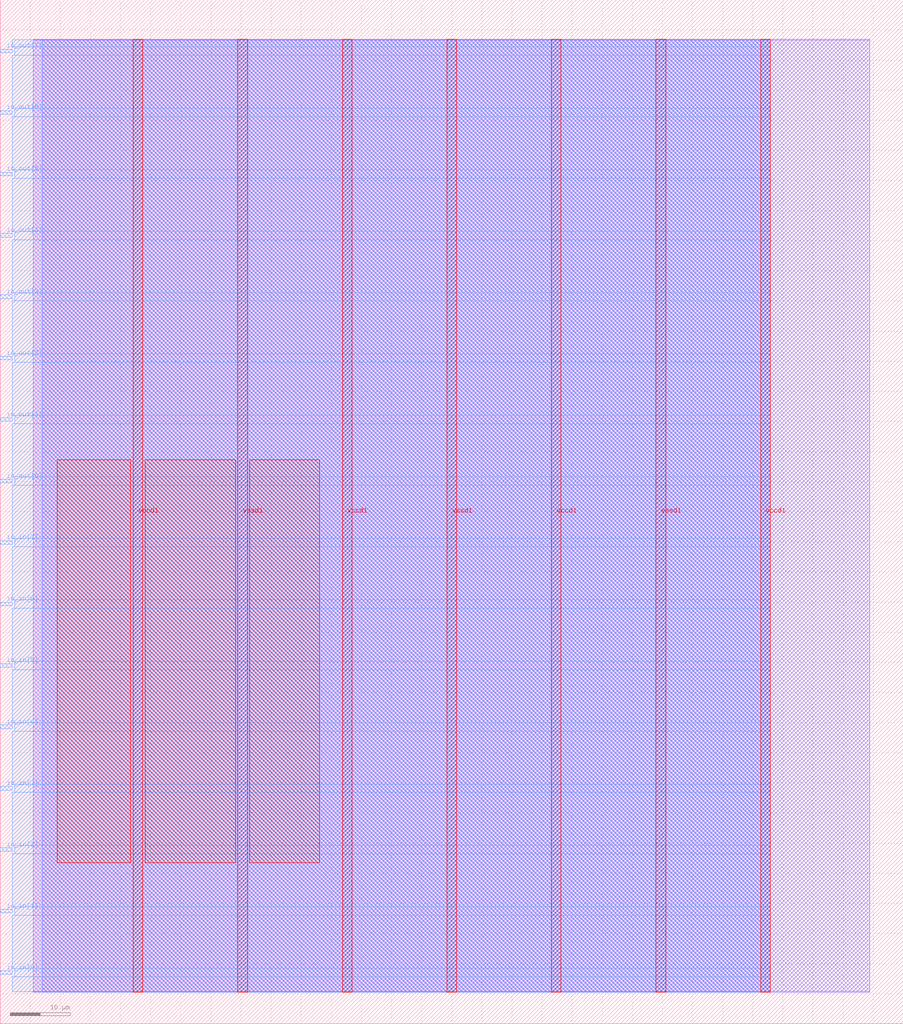
<source format=lef>
VERSION 5.7 ;
  NOWIREEXTENSIONATPIN ON ;
  DIVIDERCHAR "/" ;
  BUSBITCHARS "[]" ;
MACRO femto_top
  CLASS BLOCK ;
  FOREIGN femto_top ;
  ORIGIN 0.000 0.000 ;
  SIZE 150.000 BY 170.000 ;
  PIN io_in[0]
    DIRECTION INPUT ;
    USE SIGNAL ;
    PORT
      LAYER met3 ;
        RECT 0.000 8.200 2.000 8.800 ;
    END
  END io_in[0]
  PIN io_in[1]
    DIRECTION INPUT ;
    USE SIGNAL ;
    PORT
      LAYER met3 ;
        RECT 0.000 18.400 2.000 19.000 ;
    END
  END io_in[1]
  PIN io_in[2]
    DIRECTION INPUT ;
    USE SIGNAL ;
    PORT
      LAYER met3 ;
        RECT 0.000 28.600 2.000 29.200 ;
    END
  END io_in[2]
  PIN io_in[3]
    DIRECTION INPUT ;
    USE SIGNAL ;
    PORT
      LAYER met3 ;
        RECT 0.000 38.800 2.000 39.400 ;
    END
  END io_in[3]
  PIN io_in[4]
    DIRECTION INPUT ;
    USE SIGNAL ;
    PORT
      LAYER met3 ;
        RECT 0.000 49.000 2.000 49.600 ;
    END
  END io_in[4]
  PIN io_in[5]
    DIRECTION INPUT ;
    USE SIGNAL ;
    PORT
      LAYER met3 ;
        RECT 0.000 59.200 2.000 59.800 ;
    END
  END io_in[5]
  PIN io_in[6]
    DIRECTION INPUT ;
    USE SIGNAL ;
    PORT
      LAYER met3 ;
        RECT 0.000 69.400 2.000 70.000 ;
    END
  END io_in[6]
  PIN io_in[7]
    DIRECTION INPUT ;
    USE SIGNAL ;
    PORT
      LAYER met3 ;
        RECT 0.000 79.600 2.000 80.200 ;
    END
  END io_in[7]
  PIN io_out[0]
    DIRECTION OUTPUT TRISTATE ;
    USE SIGNAL ;
    PORT
      LAYER met3 ;
        RECT 0.000 89.800 2.000 90.400 ;
    END
  END io_out[0]
  PIN io_out[1]
    DIRECTION OUTPUT TRISTATE ;
    USE SIGNAL ;
    PORT
      LAYER met3 ;
        RECT 0.000 100.000 2.000 100.600 ;
    END
  END io_out[1]
  PIN io_out[2]
    DIRECTION OUTPUT TRISTATE ;
    USE SIGNAL ;
    PORT
      LAYER met3 ;
        RECT 0.000 110.200 2.000 110.800 ;
    END
  END io_out[2]
  PIN io_out[3]
    DIRECTION OUTPUT TRISTATE ;
    USE SIGNAL ;
    PORT
      LAYER met3 ;
        RECT 0.000 120.400 2.000 121.000 ;
    END
  END io_out[3]
  PIN io_out[4]
    DIRECTION OUTPUT TRISTATE ;
    USE SIGNAL ;
    PORT
      LAYER met3 ;
        RECT 0.000 130.600 2.000 131.200 ;
    END
  END io_out[4]
  PIN io_out[5]
    DIRECTION OUTPUT TRISTATE ;
    USE SIGNAL ;
    PORT
      LAYER met3 ;
        RECT 0.000 140.800 2.000 141.400 ;
    END
  END io_out[5]
  PIN io_out[6]
    DIRECTION OUTPUT TRISTATE ;
    USE SIGNAL ;
    PORT
      LAYER met3 ;
        RECT 0.000 151.000 2.000 151.600 ;
    END
  END io_out[6]
  PIN io_out[7]
    DIRECTION OUTPUT TRISTATE ;
    USE SIGNAL ;
    PORT
      LAYER met3 ;
        RECT 0.000 161.200 2.000 161.800 ;
    END
  END io_out[7]
  PIN vccd1
    DIRECTION INOUT ;
    USE POWER ;
    PORT
      LAYER met4 ;
        RECT 22.090 5.200 23.690 163.440 ;
    END
    PORT
      LAYER met4 ;
        RECT 56.830 5.200 58.430 163.440 ;
    END
    PORT
      LAYER met4 ;
        RECT 91.570 5.200 93.170 163.440 ;
    END
    PORT
      LAYER met4 ;
        RECT 126.310 5.200 127.910 163.440 ;
    END
  END vccd1
  PIN vssd1
    DIRECTION INOUT ;
    USE GROUND ;
    PORT
      LAYER met4 ;
        RECT 39.460 5.200 41.060 163.440 ;
    END
    PORT
      LAYER met4 ;
        RECT 74.200 5.200 75.800 163.440 ;
    END
    PORT
      LAYER met4 ;
        RECT 108.940 5.200 110.540 163.440 ;
    END
  END vssd1
  OBS
      LAYER li1 ;
        RECT 5.520 5.355 144.440 163.285 ;
      LAYER met1 ;
        RECT 5.520 5.200 144.440 163.440 ;
      LAYER met2 ;
        RECT 6.990 5.255 127.880 163.385 ;
      LAYER met3 ;
        RECT 2.000 162.200 127.900 163.365 ;
        RECT 2.400 160.800 127.900 162.200 ;
        RECT 2.000 152.000 127.900 160.800 ;
        RECT 2.400 150.600 127.900 152.000 ;
        RECT 2.000 141.800 127.900 150.600 ;
        RECT 2.400 140.400 127.900 141.800 ;
        RECT 2.000 131.600 127.900 140.400 ;
        RECT 2.400 130.200 127.900 131.600 ;
        RECT 2.000 121.400 127.900 130.200 ;
        RECT 2.400 120.000 127.900 121.400 ;
        RECT 2.000 111.200 127.900 120.000 ;
        RECT 2.400 109.800 127.900 111.200 ;
        RECT 2.000 101.000 127.900 109.800 ;
        RECT 2.400 99.600 127.900 101.000 ;
        RECT 2.000 90.800 127.900 99.600 ;
        RECT 2.400 89.400 127.900 90.800 ;
        RECT 2.000 80.600 127.900 89.400 ;
        RECT 2.400 79.200 127.900 80.600 ;
        RECT 2.000 70.400 127.900 79.200 ;
        RECT 2.400 69.000 127.900 70.400 ;
        RECT 2.000 60.200 127.900 69.000 ;
        RECT 2.400 58.800 127.900 60.200 ;
        RECT 2.000 50.000 127.900 58.800 ;
        RECT 2.400 48.600 127.900 50.000 ;
        RECT 2.000 39.800 127.900 48.600 ;
        RECT 2.400 38.400 127.900 39.800 ;
        RECT 2.000 29.600 127.900 38.400 ;
        RECT 2.400 28.200 127.900 29.600 ;
        RECT 2.000 19.400 127.900 28.200 ;
        RECT 2.400 18.000 127.900 19.400 ;
        RECT 2.000 9.200 127.900 18.000 ;
        RECT 2.400 7.800 127.900 9.200 ;
        RECT 2.000 5.275 127.900 7.800 ;
      LAYER met4 ;
        RECT 9.495 26.695 21.690 93.665 ;
        RECT 24.090 26.695 39.060 93.665 ;
        RECT 41.460 26.695 53.065 93.665 ;
  END
END femto_top
END LIBRARY


</source>
